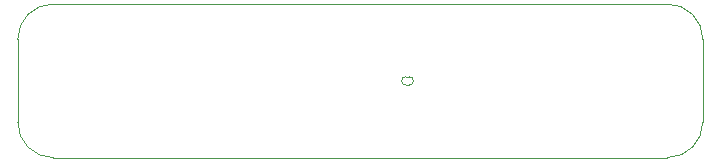
<source format=gbr>
%TF.GenerationSoftware,KiCad,Pcbnew,(7.0.0)*%
%TF.CreationDate,2023-05-29T13:22:43-05:00*%
%TF.ProjectId,rp2040-radar-presense-sensor,72703230-3430-42d7-9261-6461722d7072,rev?*%
%TF.SameCoordinates,Original*%
%TF.FileFunction,Profile,NP*%
%FSLAX46Y46*%
G04 Gerber Fmt 4.6, Leading zero omitted, Abs format (unit mm)*
G04 Created by KiCad (PCBNEW (7.0.0)) date 2023-05-29 13:22:43*
%MOMM*%
%LPD*%
G01*
G04 APERTURE LIST*
%TA.AperFunction,Profile*%
%ADD10C,0.100000*%
%TD*%
%TA.AperFunction,Profile*%
%ADD11C,0.010000*%
%TD*%
G04 APERTURE END LIST*
D10*
X128999999Y-96500000D02*
G75*
G03*
X126000000Y-93500001I-2979899J20100D01*
G01*
X74000000Y-93500000D02*
X126000000Y-93500000D01*
X71000000Y-103500000D02*
X71000000Y-96500000D01*
X126000000Y-106499999D02*
G75*
G03*
X128999999Y-103500000I20100J2979899D01*
G01*
X74000000Y-93500001D02*
G75*
G03*
X71000001Y-96500000I-20100J-2979899D01*
G01*
X71000001Y-103500000D02*
G75*
G03*
X74000000Y-106499999I2979899J-20100D01*
G01*
X126000000Y-106500000D02*
X74000000Y-106500000D01*
X129000000Y-96500000D02*
X129000000Y-103500000D01*
D11*
%TO.C,J2*%
X103850000Y-99645000D02*
X104150000Y-99645000D01*
X104150000Y-100355000D02*
X103850000Y-100355000D01*
X103850000Y-99645000D02*
G75*
G03*
X103495000Y-100000000I0J-355000D01*
G01*
X103495000Y-100000000D02*
G75*
G03*
X103850000Y-100355000I355000J0D01*
G01*
X104505000Y-100000000D02*
G75*
G03*
X104150000Y-99645000I-355000J0D01*
G01*
X104150000Y-100355000D02*
G75*
G03*
X104505000Y-100000000I0J355000D01*
G01*
%TD*%
M02*

</source>
